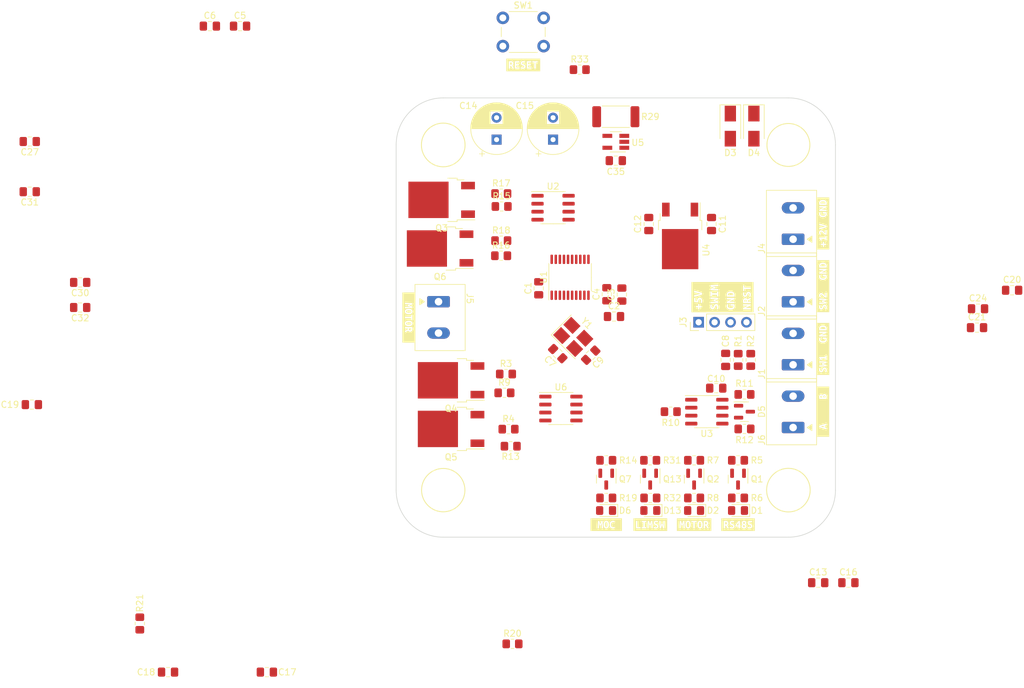
<source format=kicad_pcb>
(kicad_pcb (version 20211014) (generator pcbnew)
  (layers (0 "F.Cu" signal) (31 "B.Cu" signal) (34 "B.Paste" user) (35 "F.Paste" user) (36 "B.SilkS" user "B.Silkscreen") (37 "F.SilkS" user "F.Silkscreen") (38 "B.Mask" user) (39 "F.Mask" user) (44 "Edge.Cuts" user))
  (net 0 "")
  (net 1 "/NRST")
  (net 2 "GND")
  (net 3 "Net-(C2-Pad1)")
  (net 4 "+5V")
  (net 5 "/LIM_SWITCH")
  (net 6 "Net-(D6-Pad1)")
  (net 7 "/OSCIN")
  (net 8 "/OSCOUT")
  (net 9 "+12V")
  (net 10 "Net-(Q4-Pad1)")
  (net 11 "/RS485_TX")
  (net 12 "/H-bridge/Motor_L")
  (net 13 "/H-bridge/Top_Rail")
  (net 14 "/H-bridge/Motor_R")
  (net 15 "Net-(D1-Pad1)")
  (net 16 "Net-(D1-Pad2)")
  (net 17 "Net-(D2-Pad1)")
  (net 18 "Net-(D2-Pad2)")
  (net 19 "Net-(D3-Pad1)")
  (net 20 "Net-(D5-Pad1)")
  (net 21 "Net-(D5-Pad2)")
  (net 22 "Net-(J1-Pad1)")
  (net 23 "/SWIM")
  (net 24 "Net-(Q1-Pad1)")
  (net 25 "Net-(Q2-Pad1)")
  (net 26 "/C_ACT_LED")
  (net 27 "/M_ACT_LED")
  (net 28 "Net-(C18-Pad1)")
  (net 29 "Net-(Q3-Pad1)")
  (net 30 "/RS485_DI")
  (net 31 "/RS485_RO")
  (net 32 "Net-(D13-Pad1)")
  (net 33 "Net-(C19-Pad1)")
  (net 34 "Net-(R3-Pad1)")
  (net 35 "/A_Meas")
  (net 36 "Net-(J6-Pad1)")
  (net 37 "Net-(J6-Pad2)")
  (net 38 "Net-(D13-Pad2)")
  (net 39 "Net-(Q13-Pad1)")
  (net 40 "/LSW_ACT_LED")
  (net 41 "Net-(Q5-Pad1)")
  (net 42 "Net-(Q6-Pad1)")
  (net 43 "/HS_PWM_L")
  (net 44 "/LS_PWM_L")
  (net 45 "/HS_DIR_R")
  (net 46 "/LS_DIR_R")
  (net 47 "Net-(R4-Pad1)")
  (net 48 "Net-(R15-Pad1)")
  (net 49 "Net-(R16-Pad1)")
  (net 50 "Net-(D6-Pad2)")
  (net 51 "Net-(Q7-Pad1)")
  (net 52 "/OC_LED")
  (footprint "Package_TO_SOT_SMD:TO-252-2" (layer "F.Cu") (at 175.25 87 -90)
    (fp_text reference "U4" (at 2.25 -4.15 90) (layer "F.SilkS"))
    (fp_text value "L78M05_TO252")
    (pad "1" smd rect (at -4.2 -2.28 270) (size 2.2 1.2) (layers "F.Cu" "F.Paste" "F.Mask") (net 9 "+12V"))
    (pad "2" smd rect (at 2.1 0 270) (size 6.4 5.8) (layers "F.Cu" "F.Mask") (net 2 "GND"))
    (pad "3" smd rect (at -4.2 2.28 270) (size 2.2 1.2) (layers "F.Cu" "F.Paste" "F.Mask") (net 4 "+5V"))
  )
  (footprint "Resistor_SMD:R_0805_2012Metric_Pad1.20x1.40mm_HandSolder" (layer "F.Cu") (at 163.475 122.75)
    (fp_text reference "R14" (at 3.5 0) (layer "F.SilkS"))
    (fp_text value "2k1R")
    (pad "1" smd roundrect (at -1 0) (size 1.2 1.4) (layers "F.Cu" "F.Paste" "F.Mask") (roundrect_rratio 0.208333) (net 52 "/OC_LED"))
    (pad "2" smd roundrect (at 1 0) (size 1.2 1.4) (layers "F.Cu" "F.Paste" "F.Mask") (roundrect_rratio 0.208333) (net 51 "Net-(Q7-Pad1)"))
  )
  (footprint "Package_TO_SOT_SMD:SOT-23" (layer "F.Cu") (at 185.5 115)
    (fp_text reference "D5" (at 2.75 0 90) (layer "F.SilkS"))
    (fp_text value "SM712_SOT23")
    (pad "1" smd roundrect (at -0.9375 -0.95) (size 1.475 0.6) (layers "F.Cu" "F.Paste" "F.Mask") (net 20 "Net-(D5-Pad1)"))
    (pad "2" smd roundrect (at -0.9375 0.95) (size 1.475 0.6) (layers "F.Cu" "F.Paste" "F.Mask") (net 21 "Net-(D5-Pad2)"))
    (pad "3" smd roundrect (at 0.9375 0) (size 1.475 0.6) (layers "F.Cu" "F.Paste" "F.Mask") (net 2 "GND"))
  )
  (footprint "Capacitor_SMD:C_0805_2012Metric_Pad1.18x1.45mm_HandSolder" (layer "F.Cu") (at 152.712132 95.338478 90)
    (fp_text reference "C1" (at 0 -1.68 90) (layer "F.SilkS"))
    (fp_text value "0.1uC")
    (pad "1" smd roundrect (at -1.0375 0 90) (size 1.175 1.45) (layers "F.Cu" "F.Paste" "F.Mask") (roundrect_rratio 0.212766) (net 1 "/NRST"))
    (pad "2" smd roundrect (at 1.0375 0 90) (size 1.175 1.45) (layers "F.Cu" "F.Paste" "F.Mask") (roundrect_rratio 0.212766) (net 2 "GND"))
  )
  (footprint "Connector_custom:JILN JL301-50002U01" (layer "F.Cu") (at 193.25 107.525 90)
    (fp_text reference "J1" (at -1.475 -5 90 unlocked) (layer "F.SilkS"))
    (fp_text value "Limit switch connector")
    (pad "1" thru_hole roundrect (at 0 0 90) (size 1.8 3.6) (drill 1.2) (layers *.Cu *.Mask) (roundrect_rratio 0.1388888889) (net 22 "Net-(J1-Pad1)"))
    (pad "2" thru_hole oval (at 5 0 90) (size 1.8 3.6) (drill 1.2) (layers *.Cu *.Mask) (net 2 "GND"))
  )
  (footprint "Resistor_SMD:R_0805_2012Metric_Pad1.20x1.40mm_HandSolder" (layer "F.Cu") (at 147.25 112)
    (fp_text reference "R9" (at 0 -1.65) (layer "F.SilkS"))
    (fp_text value "10kR")
    (pad "1" smd roundrect (at -1 0) (size 1.2 1.4) (layers "F.Cu" "F.Paste" "F.Mask") (roundrect_rratio 0.208333) (net 13 "/H-bridge/Top_Rail"))
    (pad "2" smd roundrect (at 1 0) (size 1.2 1.4) (layers "F.Cu" "F.Paste" "F.Mask") (roundrect_rratio 0.208333) (net 10 "Net-(Q4-Pad1)"))
  )
  (footprint "Capacitor_THT:CP_Radial_D8.0mm_P3.50mm" (layer "F.Cu") (at 155 71.652651 90)
    (fp_text reference "C15" (at 5.402651 -4.5) (layer "F.SilkS"))
    (fp_text value "220uC")
    (pad "1" thru_hole rect (at 0 0 90) (size 1.6 1.6) (drill 0.8) (layers *.Cu *.Mask) (net 13 "/H-bridge/Top_Rail"))
    (pad "2" thru_hole circle (at 3.5 0 90) (size 1.6 1.6) (drill 0.8) (layers *.Cu *.Mask) (net 2 "GND"))
  )
  (footprint "Package_TO_SOT_SMD:TO-252-2" (layer "F.Cu") (at 138.75 117.75 180)
    (fp_text reference "Q5" (at 0 -4.5) (layer "F.SilkS"))
    (fp_text value "IRLR8726")
    (pad "1" smd rect (at -4.2 -2.28 180) (size 2.2 1.2) (layers "F.Cu" "F.Paste" "F.Mask") (net 41 "Net-(Q5-Pad1)"))
    (pad "2" smd rect (at 2.1 0 180) (size 6.4 5.8) (layers "F.Cu" "F.Mask") (net 14 "/H-bridge/Motor_R"))
    (pad "3" smd rect (at -4.2 2.28 180) (size 2.2 1.2) (layers "F.Cu" "F.Paste" "F.Mask") (net 2 "GND"))
  )
  (footprint "kibuzzard-63377ED3" (layer "F.Cu") (at 198 115 90)
    (fp_text reference "kibuzzard-63377ED3" hide)
    (fp_text value "G***" hide)
  )
  (footprint "kibuzzard-634479FF" (layer "F.Cu") (at 163.475 133)
    (fp_text reference "kibuzzard-634479FF" hide)
    (fp_text value "G***" hide)
  )
  (footprint "Package_SO:SOIC-8_3.9x4.9mm_P1.27mm" (layer "F.Cu") (at 179.5 115)
    (fp_text reference "U3" (at 0 3.5) (layer "F.SilkS"))
    (fp_text value "SP485")
    (pad "1" smd roundrect (at -2.475 -1.905) (size 1.95 0.6) (layers "F.Cu" "F.Paste" "F.Mask") (net 31 "/RS485_RO"))
    (pad "2" smd roundrect (at -2.475 -0.635) (size 1.95 0.6) (layers "F.Cu" "F.Paste" "F.Mask") (net 11 "/RS485_TX"))
    (pad "3" smd roundrect (at -2.475 0.635) (size 1.95 0.6) (layers "F.Cu" "F.Paste" "F.Mask") (net 11 "/RS485_TX"))
    (pad "4" smd roundrect (at -2.475 1.905) (size 1.95 0.6) (layers "F.Cu" "F.Paste" "F.Mask") (net 30 "/RS485_DI"))
    (pad "5" smd roundrect (at 2.475 1.905) (size 1.95 0.6) (layers "F.Cu" "F.Paste" "F.Mask") (net 2 "GND"))
    (pad "6" smd roundrect (at 2.475 0.635) (size 1.95 0.6) (layers "F.Cu" "F.Paste" "F.Mask") (net 21 "Net-(D5-Pad2)"))
    (pad "7" smd roundrect (at 2.475 -0.635) (size 1.95 0.6) (layers "F.Cu" "F.Paste" "F.Mask") (net 20 "Net-(D5-Pad1)"))
    (pad "8" smd roundrect (at 2.475 -1.905) (size 1.95 0.6) (layers "F.Cu" "F.Paste" "F.Mask") (net 4 "+5V"))
  )
  (footprint "Resistor_SMD:R_0805_2012Metric_Pad1.20x1.40mm_HandSolder" (layer "F.Cu") (at 148.535 152)
    (fp_text reference "R20" (at 0 -1.65) (layer "F.SilkS"))
    (fp_text value "R")
    (pad "1" smd roundrect (at -1 0) (size 1.2 1.4) (layers "F.Cu" "F.Paste" "F.Mask") (roundrect_rratio 0.208333) (net 13 "/H-bridge/Top_Rail"))
    (pad "2" smd roundrect (at 1 0) (size 1.2 1.4) (layers "F.Cu" "F.Paste" "F.Mask") (roundrect_rratio 0.208333) (net 28 "Net-(C18-Pad1)"))
  )
  (footprint "LED_SMD:LED_0805_2012Metric_Pad1.15x1.40mm_HandSolder" (layer "F.Cu") (at 184.475 130.75 180)
    (fp_text reference "D1" (at -3 0) (layer "F.SilkS"))
    (fp_text value "LED")
    (pad "1" smd roundrect (at -1.025 0 180) (size 1.15 1.4) (layers "F.Cu" "F.Paste" "F.Mask") (roundrect_rratio 0.217391) (net 15 "Net-(D1-Pad1)"))
    (pad "2" smd roundrect (at 1.025 0 180) (size 1.15 1.4) (layers "F.Cu" "F.Paste" "F.Mask") (roundrect_rratio 0.217391) (net 16 "Net-(D1-Pad2)"))
  )
  (footprint "Connector_custom:JILN JL301-50002U01" (layer "F.Cu") (at 193.25 117.525 90)
    (fp_text reference "J6" (at -1.975 -5 90 unlocked) (layer "F.SilkS"))
    (fp_text value "RS485 connector")
    (pad "1" thru_hole roundrect (at 0 0 90) (size 1.8 3.6) (drill 1.2) (layers *.Cu *.Mask) (roundrect_rratio 0.1388888889) (net 36 "Net-(J6-Pad1)"))
    (pad "2" thru_hole oval (at 5 0 90) (size 1.8 3.6) (drill 1.2) (layers *.Cu *.Mask) (net 37 "Net-(J6-Pad2)"))
  )
  (footprint "Resistor_SMD:R_0805_2012Metric_Pad1.20x1.40mm_HandSolder" (layer "F.Cu") (at 177.475 128.75 180)
    (fp_text reference "R8" (at -3 0) (layer "F.SilkS"))
    (fp_text value "150R")
    (pad "1" smd roundrect (at -1 0 180) (size 1.2 1.4) (layers "F.Cu" "F.Paste" "F.Mask") (roundrect_rratio 0.208333) (net 4 "+5V"))
    (pad "2" smd roundrect (at 1 0 180) (size 1.2 1.4) (layers "F.Cu" "F.Paste" "F.Mask") (roundrect_rratio 0.208333) (net 18 "Net-(D2-Pad2)"))
  )
  (footprint "Resistor_SMD:R_0805_2012Metric_Pad1.20x1.40mm_HandSolder" (layer "F.Cu") (at 163.475 128.75 180)
    (fp_text reference "R19" (at -3.5 0) (layer "F.SilkS"))
    (fp_text value "150R")
    (pad "1" smd roundrect (at -1 0 180) (size 1.2 1.4) (layers "F.Cu" "F.Paste" "F.Mask") (roundrect_rratio 0.208333) (net 4 "+5V"))
    (pad "2" smd roundrect (at 1 0 180) (size 1.2 1.4) (layers "F.Cu" "F.Paste" "F.Mask") (roundrect_rratio 0.208333) (net 50 "Net-(D6-Pad2)"))
  )
  (footprint "Package_TO_SOT_SMD:SOT-23" (layer "F.Cu") (at 177.475 125.75 -90)
    (fp_text reference "Q2" (at 0 -3.025 -180) (layer "F.SilkS"))
    (fp_text value "BC846")
    (pad "1" smd roundrect (at -0.9375 -0.95 270) (size 1.475 0.6) (layers "F.Cu" "F.Paste" "F.Mask") (net 25 "Net-(Q2-Pad1)"))
    (pad "2" smd roundrect (at -0.9375 0.95 270) (size 1.475 0.6) (layers "F.Cu" "F.Paste" "F.Mask") (net 2 "GND"))
    (pad "3" smd roundrect (at 0.9375 0 270) (size 1.475 0.6) (layers "F.Cu" "F.Paste" "F.Mask") (net 17 "Net-(D2-Pad1)"))
  )
  (footprint "Capacitor_SMD:C_0805_2012Metric_Pad1.18x1.45mm_HandSolder" (layer "F.Cu") (at 228.15 95.65)
    (fp_text reference "C20" (at 0 -1.68) (layer "F.SilkS"))
    (fp_text value "1uC")
    (pad "1" smd roundrect (at -1.0375 0) (size 1.175 1.45) (layers "F.Cu" "F.Paste" "F.Mask") (roundrect_rratio 0.212766) (net 13 "/H-bridge/Top_Rail"))
    (pad "2" smd roundrect (at 1.0375 0) (size 1.175 1.45) (layers "F.Cu" "F.Paste" "F.Mask") (roundrect_rratio 0.212766) (net 2 "GND"))
  )
  (footprint "MountingHole:MountingHole_3.2mm_M3" (layer "F.Cu") (at 192.5 127.5)
    (fp_text reference "H3" hide)
    (fp_text value "MountingHole")
    (pad "" np_thru_hole circle (at 0 0) (size 3.2 3.2) (drill 3.2) (layers *.Cu *.Mask))
  )
  (footprint "Capacitor_SMD:C_0805_2012Metric_Pad1.18x1.45mm_HandSolder" (layer "F.Cu") (at 71.6125 71.95 180)
    (fp_text reference "C27" (at 0 -1.68) (layer "F.SilkS"))
    (fp_text value "1uC")
    (pad "1" smd roundrect (at -1.0375 0 180) (size 1.175 1.45) (layers "F.Cu" "F.Paste" "F.Mask") (roundrect_rratio 0.212766) (net 13 "/H-bridge/Top_Rail"))
    (pad "2" smd roundrect (at 1.0375 0 180) (size 1.175 1.45) (layers "F.Cu" "F.Paste" "F.Mask") (roundrect_rratio 0.212766) (net 2 "GND"))
  )
  (footprint "Capacitor_SMD:C_0805_2012Metric_Pad1.18x1.45mm_HandSolder" (layer "F.Cu") (at 182.5 106.75 -90)
    (fp_text reference "C8" (at -3 0 90) (layer "F.SilkS"))
    (fp_text value "0.1uC")
    (pad "1" smd roundrect (at -1.0375 0 270) (size 1.175 1.45) (layers "F.Cu" "F.Paste" "F.Mask") (roundrect_rratio 0.212766) (net 5 "/LIM_SWITCH"))
    (pad "2" smd roundrect (at 1.0375 0 270) (size 1.175 1.45) (layers "F.Cu" "F.Paste" "F.Mask") (roundrect_rratio 0.212766) (net 2 "GND"))
  )
  (footprint "Capacitor_SMD:C_0805_2012Metric_Pad1.18x1.45mm_HandSolder" (layer "F.Cu") (at 202.06 142.25)
    (fp_text reference "C16" (at 0 -1.68) (layer "F.SilkS"))
    (fp_text value "1uC")
    (pad "1" smd roundrect (at -1.0375 0) (size 1.175 1.45) (layers "F.Cu" "F.Paste" "F.Mask") (roundrect_rratio 0.212766) (net 13 "/H-bridge/Top_Rail"))
    (pad "2" smd roundrect (at 1.0375 0) (size 1.175 1.45) (layers "F.Cu" "F.Paste" "F.Mask") (roundrect_rratio 0.212766) (net 2 "GND"))
  )
  (footprint "kibuzzard-633AA34D" (layer "F.Cu") (at 150.25 59.75)
    (fp_text reference "kibuzzard-633AA34D" hide)
    (fp_text value "G***" hide)
  )
  (footprint "Connector_PinHeader_2.54mm:PinHeader_1x04_P2.54mm_Vertical" (layer "F.Cu") (at 178.2 100.75 90)
    (fp_text reference "J3" (at 0 -2.45 90) (layer "F.SilkS"))
    (fp_text value "SWIM connector")
    (pad "1" thru_hole rect (at 0 0 90) (size 1.7 1.7) (drill 1) (layers *.Cu *.Mask) (net 4 "+5V"))
    (pad "2" thru_hole oval (at 0 2.54 90) (size 1.7 1.7) (drill 1) (layers *.Cu *.Mask) (net 23 "/SWIM"))
    (pad "3" thru_hole oval (at 0 5.08 90) (size 1.7 1.7) (drill 1) (layers *.Cu *.Mask) (net 2 "GND"))
    (pad "4" thru_hole oval (at 0 7.62 90) (size 1.7 1.7) (drill 1) (layers *.Cu *.Mask) (net 1 "/NRST"))
  )
  (footprint "Package_SO:SOIC-8_3.9x4.9mm_P1.27mm" (layer "F.Cu") (at 156.25 114.5)
    (fp_text reference "U6" (at 0 -3.4) (layer "F.SilkS"))
    (fp_text value "IRS2005S")
    (pad "1" smd roundrect (at -2.475 -1.905) (size 1.95 0.6) (layers "F.Cu" "F.Paste" "F.Mask") (net 13 "/H-bridge/Top_Rail"))
    (pad "2" smd roundrect (at -2.475 -0.635) (size 1.95 0.6) (layers "F.Cu" "F.Paste" "F.Mask") (net 45 "/HS_DIR_R"))
    (pad "3" smd roundrect (at -2.475 0.635) (size 1.95 0.6) (layers "F.Cu" "F.Paste" "F.Mask") (net 46 "/LS_DIR_R"))
    (pad "4" smd roundrect (at -2.475 1.905) (size 1.95 0.6) (layers "F.Cu" "F.Paste" "F.Mask") (net 2 "GND"))
    (pad "5" smd roundrect (at 2.475 1.905) (size 1.95 0.6) (layers "F.Cu" "F.Paste" "F.Mask") (net 47 "Net-(R4-Pad1)"))
    (pad "6" smd roundrect (at 2.475 0.635) (size 1.95 0.6) (layers "F.Cu" "F.Paste" "F.Mask") (net 2 "GND"))
    (pad "7" smd roundrect (at 2.475 -0.635) (size 1.95 0.6) (layers "F.Cu" "F.Paste" "F.Mask") (net 34 "Net-(R3-Pad1)"))
    (pad "8" smd roundrect (at 2.475 -1.905) (size 1.95 0.6) (layers "F.Cu" "F.Paste" "F.Mask") (net 13 "/H-bridge/Top_Rail"))
  )
  (footprint "Capacitor_SMD:C_0805_2012Metric_Pad1.18x1.45mm_HandSolder" (layer "F.Cu") (at 164.712132 99.838478)
    (fp_text reference "C2" (at 0 -1.68) (layer "F.SilkS"))
    (fp_text value "1uC")
    (pad "1" smd roundrect (at -1.0375 0) (size 1.175 1.45) (layers "F.Cu" "F.Paste" "F.Mask") (roundrect_rratio 0.212766) (net 3 "Net-(C2-Pad1)"))
    (pad "2" smd roundrect (at 1.0375 0) (size 1.175 1.45) (layers "F.Cu" "F.Paste" "F.Mask") (roundrect_rratio 0.212766) (net 2 "GND"))
  )
  (footprint "Resistor_SMD:R_0805_2012Metric_Pad1.20x1.40mm_HandSolder" (layer "F.Cu") (at 147.5 109)
    (fp_text reference "R3" (at 0 -1.65) (layer "F.SilkS"))
    (fp_text value "10R")
    (pad "1" smd roundrect (at -1 0) (size 1.2 1.4) (layers "F.Cu" "F.Paste" "F.Mask") (roundrect_rratio 0.208333) (net 34 "Net-(R3-Pad1)"))
    (pad "2" smd roundrect (at 1 0) (size 1.2 1.4) (layers "F.Cu" "F.Paste" "F.Mask") (roundrect_rratio 0.208333) (net 10 "Net-(Q4-Pad1)"))
  )
  (footprint "Package_TO_SOT_SMD:SOT-23" (layer "F.Cu") (at 163.475 125.75 -90)
    (fp_text reference "Q7" (at 0 -3.025) (layer "F.SilkS"))
    (fp_text value "BC846")
    (pad "1" smd roundrect (at -0.9375 -0.95 270) (size 1.475 0.6) (layers "F.Cu" "F.Paste" "F.Mask") (net 51 "Net-(Q7-Pad1)"))
    (pad "2" smd roundrect (at -0.9375 0.95 270) (size 1.475 0.6) (layers "F.Cu" "F.Paste" "F.Mask") (net 2 "GND"))
    (pad "3" smd roundrect (at 0.9375 0 270) (size 1.475 0.6) (layers "F.Cu" "F.Paste" "F.Mask") (net 6 "Net-(D6-Pad1)"))
  )
  (footprint "Capacitor_SMD:C_0805_2012Metric_Pad1.18x1.45mm_HandSolder" (layer "F.Cu") (at 222.56 101.61)
    (fp_text reference "C21" (at 0 -1.68) (layer "F.SilkS"))
    (fp_text value "1uC")
    (pad "1" smd roundrect (at -1.0375 0) (size 1.175 1.45) (layers "F.Cu" "F.Paste" "F.Mask") (roundrect_rratio 0.212766) (net 13 "/H-bridge/Top_Rail"))
    (pad "2" smd roundrect (at 1.0375 0) (size 1.175 1.45) (layers "F.Cu" "F.Paste" "F.Mask") (roundrect_rratio 0.212766) (net 2 "GND"))
  )
  (footprint "Capacitor_SMD:C_0805_2012Metric_Pad1.18x1.45mm_HandSolder" (layer "F.Cu") (at 165.962132 96.338478 90)
    (fp_text reference "C3" (at 0 -1.68 90) (layer "F.SilkS"))
    (fp_text value "0.1uC")
    (pad "1" smd roundrect (at -1.0375 0 90) (size 1.175 1.45) (layers "F.Cu" "F.Paste" "F.Mask") (roundrect_rratio 0.212766) (net 4 "+5V"))
    (pad "2" smd roundrect (at 1.0375 0 90) (size 1.175 1.45) (layers "F.Cu" "F.Paste" "F.Mask") (roundrect_rratio 0.212766) (net 2 "GND"))
  )
  (footprint "kibuzzard-63376CDD" (layer "F.Cu") (at 170.5 133)
    (fp_text reference "kibuzzard-63376CDD" hide)
    (fp_text value "G***" hide)
  )
  (footprint "Capacitor_SMD:C_0805_2012Metric_Pad1.18x1.45mm_HandSolder" (layer "F.Cu") (at 197.25 142.25)
    (fp_text reference "C13" (at 0 -1.68) (layer "F.SilkS"))
    (fp_text value "1uC")
    (pad "1" smd roundrect (at -1.0375 0) (size 1.175 1.45) (layers "F.Cu" "F.Paste" "F.Mask") (roundrect_rratio 0.212766) (net 13 "/H-bridge/Top_Rail"))
    (pad "2" smd roundrect (at 1.0375 0) (size 1.175 1.45) (layers "F.Cu" "F.Paste" "F.Mask") (roundrect_rratio 0.212766) (net 2 "GND"))
  )
  (footprint "Resistor_SMD:R_0805_2012Metric_Pad1.20x1.40mm_HandSolder" (layer "F.Cu") (at 146.75 80.25)
    (fp_text reference "R17" (at 0 -1.65) (layer "F.SilkS"))
    (fp_text value "10kR")
    (pad "1" smd roundrect (at -1 0) (size 1.2 1.4) (layers "F.Cu" "F.Paste" "F.Mask") (roundrect_rratio 0.208333) (net 13 "/H-bridge/Top_Rail"))
    (pad "2" smd roundrect (at 1 0) (size 1.2 1.4) (layers "F.Cu" "F.Paste" "F.Mask") (roundrect_rratio 0.208333) (net 29 "Net-(Q3-Pad1)"))
  )
  (footprint "Resistor_SMD:R_0805_2012Metric_Pad1.20x1.40mm_HandSolder" (layer "F.Cu") (at 184.475 128.75 180)
    (fp_text reference "R6" (at -3 0) (layer "F.SilkS"))
    (fp_text value "150R")
    (pad "1" smd roundrect (at -1 0 180) (size 1.2 1.4) (layers "F.Cu" "F.Paste" "F.Mask") (roundrect_rratio 0.208333) (net 4 "+5V"))
    (pad "2" smd roundrect (at 1 0 180) (size 1.2 1.4) (layers "F.Cu" "F.Paste" "F.Mask") (roundrect_rratio 0.208333) (net 16 "Net-(D1-Pad2)"))
  )
  (footprint "MountingHole:MountingHole_3.2mm_M3" (layer "F.Cu") (at 137.5 72.5)
    (fp_text reference "H1" hide)
    (fp_text value "MountingHole")
    (pad "" np_thru_hole circle (at 0 0) (size 3.2 3.2) (drill 3.2) (layers *.Cu *.Mask))
  )
  (footprint "Resistor_SMD:R_2512_6332Metric_Pad1.40x3.35mm_HandSolder" (layer "F.Cu") (at 165 68 180)
    (fp_text reference "R29" (at -5.5 0) (layer "F.SilkS"))
    (fp_text value "20mR")
    (pad "1" smd roundrect (at -3.05 0 180) (size 1.4 3.35) (layers "F.Cu" "F.Paste" "F.Mask") (roundrect_rratio 0.178571) (net 9 "+12V"))
    (pad "2" smd roundrect (at 3.05 0 180) (size 1.4 3.35) (layers "F.Cu" "F.Paste" "F.Mask") (roundrect_rratio 0.178571) (net 13 "/H-bridge/Top_Rail"))
  )
  (footprint "kibuzzard-63377EB6" (layer "F.Cu") (at 198 95 90)
    (fp_text reference "kibuzzard-63377EB6" hide)
    (fp_text value "G***" hide)
  )
  (footprint "Capacitor_SMD:C_0805_2012Metric_Pad1.18x1.45mm_HandSolder" (layer "F.Cu") (at 165 75)
    (fp_text reference "C35" (at 0 1.75) (layer "F.SilkS"))
    (fp_text value "0.1uC")
    (pad "1" smd roundrect (at -1.0375 0) (size 1.175 1.45) (layers "F.Cu" "F.Paste" "F.Mask") (roundrect_rratio 0.212766) (net 4 "+5V"))
    (pad "2" smd roundrect (at 1.0375 0) (size 1.175 1.45) (layers "F.Cu" "F.Paste" "F.Mask") (roundrect_rratio 0.212766) (net 2 "GND"))
  )
  (footprint "Capacitor_SMD:C_0805_2012Metric_Pad1.18x1.45mm_HandSolder" (layer "F.Cu") (at 93.65 156.5)
    (fp_text reference "C18" (at -3.5 0) (layer "F.SilkS"))
    (fp_text value "C")
    (pad "1" smd roundrect (at -1.0375 0) (size 1.175 1.45) (layers "F.Cu" "F.Paste" "F.Mask") (roundrect_rratio 0.212766) (net 28 "Net-(C18-Pad1)"))
    (pad "2" smd roundrect (at 1.0375 0) (size 1.175 1.45) (layers "F.Cu" "F.Paste" "F.Mask") (roundrect_rratio 0.212766) (net 12 "/H-bridge/Motor_L"))
  )
  (footprint "LED_SMD:LED_0805_2012Metric_Pad1.15x1.40mm_HandSolder" (layer "F.Cu") (at 163.45 130.75 180)
    (fp_text reference "D6" (at -3.025 0) (layer "F.SilkS"))
    (fp_text value "LED")
    (pad "1" smd roundrect (at -1.025 0 180) (size 1.15 1.4) (layers "F.Cu" "F.Paste" "F.Mask") (roundrect_rratio 0.217391) (net 6 "Net-(D6-Pad1)"))
    (pad "2" smd roundrect (at 1.025 0 180) (size 1.15 1.4) (layers "F.Cu" "F.Paste" "F.Mask") (roundrect_rratio 0.217391) (net 50 "Net-(D6-Pad2)"))
  )
  (footprint "Resistor_SMD:R_0805_2012Metric_Pad1.20x1.40mm_HandSolder" (layer "F.Cu") (at 177.475 122.75)
    (fp_text reference "R7" (at 3 0) (layer "F.SilkS"))
    (fp_text value "2k1R")
    (pad "1" smd roundrect (at -1 0) (size 1.2 1.4) (layers "F.Cu" "F.Paste" "F.Mask") (roundrect_rratio 0.208333) (net 27 "/M_ACT_LED"))
    (pad "2" smd roundrect (at 1 0) (size 1.2 1.4) (layers "F.Cu" "F.Paste" "F.Mask") (roundrect_rratio 0.208333) (net 25 "Net-(Q2-Pad1)"))
  )
  (footprint "Resistor_SMD:R_0805_2012Metric_Pad1.20x1.40mm_HandSolder" (layer "F.Cu") (at 173.75 115 180)
    (fp_text reference "R10" (at 0 -1.75) (layer "F.SilkS"))
    (fp_text value "10kR")
    (pad "1" smd roundrect (at -1 0 180) (size 1.2 1.4) (layers "F.Cu" "F.Paste" "F.Mask") (roundrect_rratio 0.208333) (net 11 "/RS485_TX"))
    (pad "2" smd roundrect (at 1 0 180) (size 1.2 1.4) (layers "F.Cu" "F.Paste" "F.Mask") (roundrect_rratio 0.208333) (net 2 "GND"))
  )
  (footprint "Capacitor_SMD:C_0805_2012Metric_Pad1.18x1.45mm_HandSolder" (layer "F.Cu") (at 100.315 53.565)
    (fp_text reference "C6" (at 0 -1.68) (layer "F.SilkS"))
    (fp_text value "1uC")
    (pad "1" smd roundrect (at -1.0375 0) (size 1.175 1.45) (layers "F.Cu" "F.Paste" "F.Mask") (roundrect_rratio 0.212766) (net 13 "/H-bridge/Top_Rail"))
    (pad "2" smd roundrect (at 1.0375 0) (size 1.175 1.45) (layers "F.Cu" "F.Paste" "F.Mask") (roundrect_rratio 0.212766) (net 2 "GND"))
  )
  (footprint "Capacitor_SMD:C_0805_2012Metric_Pad1.18x1.45mm_HandSolder" (layer "F.Cu") (at 71.95 113.875)
    (fp_text reference "C19" (at -3.5 0) (layer "F.SilkS"))
    (fp_text value "C")
    (pad "1" smd roundrect (at -1.0375 0) (size 1.175 1.45) (layers "F.Cu" "F.Paste" "F.Mask") (roundrect_rratio 0.212766) (net 33 "Net-(C19-Pad1)"))
    (pad "2" smd roundrect (at 1.0375 0) (size 1.175 1.45) (layers "F.Cu" "F.Paste" "F.Mask") (roundrect_rratio 0.212766) (net 2 "GND"))
  )
  (footprint "Capacitor_SMD:C_0805_2012Metric_Pad1.18x1.45mm_HandSolder" (layer "F.Cu") (at 170.25 85.1 -90)
    (fp_text reference "C12" (at 0 1.75 90) (layer "F.SilkS"))
    (fp_text value "0.1uC")
    (pad "1" smd roundrect (at -1.0375 0 270) (size 1.175 1.45) (layers "F.Cu" "F.Paste" "F.Mask") (roundrect_rratio 0.212766) (net 4 "+5V"))
    (pad "2" smd roundrect (at 1.0375 0 270) (size 1.175 1.45) (layers "F.Cu" "F.Paste" "F.Mask") (roundrect_rratio 0.212766) (net 2 "GND"))
  )
  (footprint "Package_SO:TSSOP-20_4.4x6.5mm_P0.65mm" (layer "F.Cu") (at 157.712132 93.588478 90)
    (fp_text reference "U1" (at 0 -4.2 90) (layer "F.SilkS"))
    (fp_text value "STM8S003F3P6")
    (pad "1" smd roundrect (at -2.8625 -2.925 90) (size 1.475 0.4) (layers "F.Cu" "F.Paste" "F.Mask") (net 11 "/RS485_TX"))
    (pad "2" smd roundrect (at -2.8625 -2.275 90) (size 1.475 0.4) (layers "F.Cu" "F.Paste" "F.Mask") (net 30 "/RS485_DI"))
    (pad "3" smd roundrect (at -2.8625 -1.625 90) (size 1.475 0.4) (layers "F.Cu" "F.Paste" "F.Mask") (net 31 "/RS485_RO"))
    (pad "4" smd roundrect (at -2.8625 -0.975 90) (size 1.475 0.4) (layers "F.Cu" "F.Paste" "F.Mask") (net 1 "/NRST"))
    (pad "5" smd roundrect (at -2.8625 -0.325 90) (size 1.475 0.4) (layers "F.Cu" "F.Paste" "F.Mask") (net 7 "/OSCIN"))
    (pad "6" smd roundrect (at -2.8625 0.325 90) (size 1.475 0.4) (layers "F.Cu" "F.Paste" "F.Mask") (net 8 "/OSCOUT"))
    (pad "7" smd roundrect (at -2.8625 0.975 90) (size 1.475 0.4) (layers "F.Cu" "F.Paste" "F.Mask") (net 2 "GND"))
    (pad "8" smd roundrect (at -2.8625 1.625 90) (size 1.475 0.4) (layers "F.Cu" "F.Paste" "F.Mask") (net 3 "Net-(C2-Pad1)"))
    (pad "9" smd roundrect (at -2.8625 2.275 90) (size 1.475 0.4) (layers "F.Cu" "F.Paste" "F.Mask") (net 4 "+5V"))
    (pad "10" smd roundrect (at -2.8625 2.925 90) (size 1.475 0.4) (layers "F.Cu" "F.Paste" "F.Mask") (net 40 "/LSW_ACT_LED"))
    (pad "11" smd roundrect (at 2.8625 2.925 90) (size 1.475 0.4) (layers "F.Cu" "F.Paste" "F.Mask") (net 5 "/LIM_SWITCH"))
    (pad "12" smd roundrect (at 2.8625 2.275 90) (size 1.475 0.4) (layers "F.Cu" "F.Paste" "F.Mask") (net 52 "/OC_LED"))
    (pad "13" smd roundrect (at 2.8625 1.625 90) (size 1.475 0.4) (layers "F.Cu" "F.Paste" "F.Mask") (net 43 "/HS_PWM_L"))
    (pad "14" smd roundrect (at 2.8625 0.975 90) (size 1.475 0.4) (layers "F.Cu" "F.Paste" "F.Mask") (net 44 "/LS_PWM_L"))
    (pad "15" smd roundrect (at 2.8625 0.325 90) (size 1.475 0.4) (layers "F.Cu" "F.Paste" "F.Mask") (net 45 "/HS_DIR_R"))
    (pad "16" smd roundrect (at 2.8625 -0.325 90) (size 1.475 0.4) (layers "F.Cu" "F.Paste" "F.Mask") (net 46 "/LS_DIR_R"))
    (pad "17" smd roundrect (at 2.8625 -0.975 90) (size 1.475 0.4) (layers "F.Cu" "F.Paste" "F.Mask") (net 27 "/M_ACT_LED"))
    (pad "18" smd roundrect (at 2.8625 -1.625 90) (size 1.475 0.4) (layers "F.Cu" "F.Paste" "F.Mask") (net 23 "/SWIM"))
    (pad "19" smd roundrect (at 2.8625 -2.275 90) (size 1.475 0.4) (layers "F.Cu" "F.Paste" "F.Mask") (net 35 "/A_Meas"))
    (pad "20" smd roundrect (at 2.8625 -2.925 90) (size 1.475 0.4) (layers "F.Cu" "F.Paste" "F.Mask") (net 26 "/C_ACT_LED"))
  )
  (footprint "Button_Switch_THT:SW_PUSH_6mm" (layer "F.Cu") (at 147 52.25)
    (fp_text reference "SW1" (at 3.25 -2) (layer "F.SilkS"))
    (fp_text value "SW_Push")
    (pad "1" thru_hole circle (at 6.5 0 90) (size 2 2) (drill 1.1) (layers *.Cu *.Mask) (net 1 "/NRST"))
    (pad "1" thru_hole circle (at 0 0 90) (size 2 2) (drill 1.1) (layers *.Cu *.Mask) (net 1 "/NRST"))
    (pad "2" thru_hole circle (at 6.5 4.5 90) (size 2 2) (drill 1.1) (layers *.Cu *.Mask) (net 2 "GND"))
    (pad "2" thru_hole circle (at 0 4.5 90) (size 2 2) (drill 1.1) (layers *.Cu *.Mask) (net 2 "GND"))
  )
  (footprint "Resistor_SMD:R_0805_2012Metric_Pad1.20x1.40mm_HandSolder" (layer "F.Cu") (at 146.725 90.15)
    (fp_text reference "R16" (at 0 -1.65) (layer "F.SilkS"))
    (fp_text value "10R")
    (pad "1" smd roundrect (at -1 0) (size 1.2 1.4) (layers "F.Cu" "F.Paste" "F.Mask") (roundrect_rratio 0.208333) (net 49 "Net-(R16-Pad1)"))
    (pad "2" smd roundrect (at 1 0) (size 1.2 1.4) (layers "F.Cu" "F.Paste" "F.Mask") (roundrect_rratio 0.208333) (net 42 "Net-(Q6-Pad1)"))
  )
  (footprint "Capacitor_SMD:C_0805_2012Metric_Pad1.18x1.45mm_HandSolder" (layer "F.Cu") (at 79.65 94.4 180)
    (fp_text reference "C30" (at 0 -1.68) (layer "F.SilkS"))
    (fp_text value "1uC")
    (pad "1" smd roundrect (at -1.0375 0 180) (size 1.175 1.45) (layers "F.Cu" "F.Paste" "F.Mask") (roundrect_rratio 0.212766) (net 13 "/H-bridge/Top_Rail"))
    (pad "2" smd roundrect (at 1.0375 0 180) (size 1.175 1.45) (layers "F.Cu" "F.Paste" "F.Mask") (roundrect_rratio 0.212766) (net 2 "GND"))
  )
  (footprint "Resistor_SMD:R_0805_2012Metric_Pad1.20x1.40mm_HandSolder" (layer "F.Cu") (at 146.75 87.75)
    (fp_text reference "R18" (at 0 -1.65) (layer "F.SilkS"))
    (fp_text value "10kR")
    (pad "1" smd roundrect (at -1 0) (size 1.2 1.4) (layers "F.Cu" "F.Paste" "F.Mask") (roundrect_rratio 0.208333) (net 42 "Net-(Q6-Pad1)"))
    (pad "2" smd roundrect (at 1 0) (size 1.2 1.4) (layers "F.Cu" "F.Paste" "F.Mask") (roundrect_rratio 0.208333) (net 2 "GND"))
  )
  (footprint "Resistor_SMD:R_0805_2012Metric_Pad1.20x1.40mm_HandSolder" (layer "F.Cu") (at 184.5 106.75 90)
    (fp_text reference "R1" (at 3 0 90) (layer "F.SilkS"))
    (fp_text value "4k7R")
    (pad "1" smd roundrect (at -1 0 90) (size 1.2 1.4) (layers "F.Cu" "F.Paste" "F.Mask") (roundrect_rratio 0.208333) (net 22 "Net-(J1-Pad1)"))
    (pad "2" smd roundrect (at 1 0 90) (size 1.2 1.4) (layers "F.Cu" "F.Paste" "F.Mask") (roundrect_rratio 0.208333) (net 5 "/LIM_SWITCH"))
  )
  (footprint "Resistor_SMD:R_0805_2012Metric_Pad1.20x1.40mm_HandSolder" (layer "F.Cu") (at 159.25 60.5)
    (fp_text reference "R33" (at 0 -1.65) (layer "F.SilkS"))
    (fp_text value "10kR")
    (pad "1" smd roundrect (at -1 0) (size 1.2 1.4) (layers "F.Cu" "F.Paste" "F.Mask") (roundrect_rratio 0.208333) (net 4 "+5V"))
    (pad "2" smd roundrect (at 1 0) (size 1.2 1.4) (layers "F.Cu" "F.Paste" "F.Mask") (roundrect_rratio 0.208333) (net 1 "/NRST"))
  )
  (footprint "Resistor_SMD:R_0805_2012Metric_Pad1.20x1.40mm_HandSolder" (layer "F.Cu") (at 148.25 120.5 180)
    (fp_text reference "R13" (at 0 -1.65 180) (layer "F.SilkS"))
    (fp_text value "10kR")
    (pad "1" smd roundrect (at -1 0 180) (size 1.2 1.4) (layers "F.Cu" "F.Paste" "F.Mask") (roundrect_rratio 0.208333) (net 41 "Net-(Q5-Pad1)"))
    (pad "2" smd roundrect (at 1 0 180) (size 1.2 1.4) (layers "F.Cu" "F.Paste" "F.Mask") (roundrect_rratio 0.208333) (net 2 "GND"))
  )
  (footprint "kibuzzard-63376701" (layer "F.Cu") (at 177.475 133)
    (fp_text reference "kibuzzard-63376701" hide)
    (fp_text value "G***" hide)
  )
  (footprint "Capacitor_SMD:C_0805_2012Metric_Pad1.18x1.45mm_HandSolder" (layer "F.Cu") (at 109.4 156.5 180)
    (fp_text reference "C17" (at -3.25 0) (layer "F.SilkS"))
    (fp_text value "1uC")
    (pad "1" smd roundrect (at -1.0375 0 180) (size 1.175 1.45) (layers "F.Cu" "F.Paste" "F.Mask") (roundrect_rratio 0.212766) (net 13 "/H-bridge/Top_Rail"))
    (pad "2" smd roundrect (at 1.0375 0 180) (size 1.175 1.45) (layers "F.Cu" "F.Paste" "F.Mask") (roundrect_rratio 0.212766) (net 2 "GND"))
  )
  (footprint "Capacitor_SMD:C_0805_2012Metric_Pad1.18x1.45mm_HandSolder" (layer "F.Cu") (at 181 111.25 180)
    (fp_text reference "C10" (at 0 1.5) (layer "F.SilkS"))
    (fp_text value "0.1uC")
    (pad "1" smd roundrect (at -1.0375 0 180) (size 1.175 1.45) (layers "F.Cu" "F.Paste" "F.Mask") (roundrect_rratio 0.212766) (net 4 "+5V"))
    (pad "2" smd roundrect (at 1.0375 0 180) (size 1.175 1.45) (layers "F.Cu" "F.Paste" "F.Mask") (roundrect_rratio 0.212766) (net 2 "GND"))
  )
  (footprint "Resistor_SMD:R_0805_2012Metric_Pad1.20x1.40mm_HandSolder" (layer "F.Cu") (at 147.905 117.785)
    (fp_text reference "R4" (at 0 -1.65) (layer "F.SilkS"))
    (fp_text value "10R")
    (pad "1" smd roundrect (at -1 0) (size 1.2 1.4) (layers "F.Cu" "F.Paste" "F.Mask") (roundrect_rratio 0.208333) (net 47 "Net-(R4-Pad1)"))
    (pad "2" smd roundrect (at 1 0) (size 1.2 1.4) (layers "F.Cu" "F.Paste" "F.Mask") (roundrect_rratio 0.208333) (net 41 "Net-(Q5-Pad1)"))
  )
  (footprint "Capacitor_SMD:C_0805_2012Metric_Pad1.18x1.45mm_HandSolder" (layer "F.Cu") (at 222.72 98.6)
    (fp_text reference "C24" (at 0 -1.68) (layer "F.SilkS"))
    (fp_text value "1uC")
    (pad "1" smd roundrect (at -1.0375 0) (size 1.175 1.45) (layers "F.Cu" "F.Paste" "F.Mask") (roundrect_rratio 0.212766) (net 13 "/H-bridge/Top_Rail"))
    (pad "2" smd roundrect (at 1.0375 0) (size 1.175 1.45) (layers "F.Cu" "F.Paste" "F.Mask") (roundrect_rratio 0.212766) (net 2 "GND"))
  )
  (footprint "Resistor_SMD:R_0805_2012Metric_Pad1.20x1.40mm_HandSolder" (layer "F.Cu") (at 170.475 122.75)
    (fp_text reference "R31" (at 3.5 0) (layer "F.SilkS"))
    (fp_text value "2k1R")
    (pad "1" smd roundrect (at -1 0) (size 1.2 1.4) (layers "F.Cu" "F.Paste" "F.Mask") (roundrect_rratio 0.208333) (net 40 "/LSW_ACT_LED"))
    (pad "2" smd roundrect (at 1 0) (size 1.2 1.4) (layers "F.Cu" "F.Paste" "F.Mask") (roundrect_rratio 0.208333) (net 39 "Net-(Q13-Pad1)"))
  )
  (footprint "Connector_custom:JILN JL301-50002U01" (layer "F.Cu") (at 136.75 97.475 -90)
    (fp_text reference "J5" (at -0.5 -5 -90 unlocked) (layer "F.SilkS"))
    (fp_text value "Motor connector")
    (pad "1" thru_hole roundrect (at 0 0 270) (size 1.8 3.6) (drill 1.2) (layers *.Cu *.Mask) (roundrect_rratio 0.1388888889) (net 12 "/H-bridge/Motor_L"))
    (pad "2" thru_hole oval (at 5 0 270) (size 1.8 3.6) (drill 1.2) (layers *.Cu *.Mask) (net 14 "/H-bridge/Motor_R"))
  )
  (footprint "MountingHole:MountingHole_3.2mm_M3" (layer "F.Cu") (at 137.5 127.5)
    (fp_text reference "H2" hide)
    (fp_text value "MountingHole")
    (pad "" np_thru_hole circle (at 0 0) (size 3.2 3.2) (drill 3.2) (layers *.Cu *.Mask))
  )
  (footprint "Capacitor_SMD:C_0805_2012Metric_Pad1.18x1.45mm_HandSolder" (layer "F.Cu") (at 163.562132 96.288478 90)
    (fp_text reference "C4" (at 0 -1.68 90) (layer "F.SilkS"))
    (fp_text value "1uC")
    (pad "1" smd roundrect (at -1.0375 0 90) (size 1.175 1.45) (layers "F.Cu" "F.Paste" "F.Mask") (roundrect_rratio 0.212766) (net 4 "+5V"))
    (pad "2" smd roundrect (at 1.0375 0 90) (size 1.175 1.45) (layers "F.Cu" "F.Paste" "F.Mask") (roundrect_rratio 0.212766) (net 2 "GND"))
  )
  (footprint "Diode_SMD:D_SMA" (layer "F.Cu") (at 187 69.5 -90)
    (fp_text reference "D4" (at 4.25 0) (layer "F.SilkS"))
    (fp_text value "SMAJ13A")
    (pad "1" smd rect (at -2 0 270) (size 2.5 1.8) (layers "F.Cu" "F.Paste" "F.Mask") (net 19 "Net-(D3-Pad1)"))
    (pad "2" smd rect (at 2 0 270) (size 2.5 1.8) (layers "F.Cu" "F.Paste" "F.Mask") (net 2 "GND"))
  )
  (footprint "Resistor_SMD:R_0805_2012Metric_Pad1.20x1.40mm_HandSolder" (layer "F.Cu") (at 170.5 128.75 180)
    (fp_text reference "R32" (at -3.475 0) (layer "F.SilkS"))
    (fp_text value "150R")
    (pad "1" smd roundrect (at -1 0 180) (size 1.2 1.4) (layers "F.Cu" "F.Paste" "F.Mask") (roundrect_rratio 0.208333) (net 4 "+5V"))
    (pad "2" smd roundrect (at 1 0 180) (size 1.2 1.4) (layers "F.Cu" "F.Paste" "F.Mask") (roundrect_rratio 0.208333) (net 38 "Net-(D13-Pad2)"))
  )
  (footprint "Package_TO_SOT_SMD:SOT-23" (layer "F.Cu") (at 170.475 125.75 -90)
    (fp_text reference "Q13" (at 0 -3.525 -180) (layer "F.SilkS"))
    (fp_text value "BC846")
    (pad "1" smd roundrect (at -0.9375 -0.95 270) (size 1.475 0.6) (layers "F.Cu" "F.Paste" "F.Mask") (net 39 "Net-(Q13-Pad1)"))
    (pad "2" smd roundrect (at -0.9375 0.95 270) (size 1.475 0.6) (layers "F.Cu" "F.Paste" "F.Mask") (net 2 "GND"))
    (pad "3" smd roundrect (at 0.9375 0 270) (size 1.475 0.6) (layers "F.Cu" "F.Paste" "F.Mask") (net 32 "Net-(D13-Pad1)"))
  )
  (footprint "Package_TO_SOT_SMD:SOT-23-5_HandSoldering" (layer "F.Cu") (at 165 72 180)
    (fp_text reference "U5" (at -3.5 -0.127651) (layer "F.SilkS"))
    (fp_text value "INA180A2")
    (pad "1" smd rect (at -1.35 -0.95 180) (size 1.56 0.65) (layers "F.Cu" "F.Paste" "F.Mask") (net 35 "/A_Meas"))
    (pad "2" smd rect (at -1.35 0 180) (size 1.56 0.65) (layers "F.Cu" "F.Paste" "F.Mask") (net 2 "GND"))
    (pad "3" smd rect (at -1.35 0.95 180) (size 1.56 0.65) (layers "F.Cu" "F.Paste" "F.Mask") (net 9 "+12V"))
    (pad "4" smd rect (at 1.35 0.95 180) (size 1.56 0.65) (layers "F.Cu" "F.Paste" "F.Mask") (net 13 "/H-bridge/Top_Rail"))
    (pad "5" smd rect (at 1.35 -0.95 180) (size 1.56 0.65) (layers "F.Cu" "F.Paste" "F.Mask") (net 4 "+5V"))
  )
  (footprint "Resistor_SMD:R_0805_2012Metric_Pad1.20x1.40mm_HandSolder" (layer "F.Cu") (at 186.5 106.75 -90)
    (fp_text reference "R2" (at -3 0 90) (layer "F.SilkS"))
    (fp_text value "4k7R")
    (pad "1" smd roundrect (at -1 0 270) (size 1.2 1.4) (layers "F.Cu" "F.Paste" "F.Mask") (roundrect_rratio 0.208333) (net 5 "/LIM_SWITCH"))
    (pad "2" smd roundrect (at 1 0 270) (size 1.2 1.4) (layers "F.Cu" "F.Paste" "F.Mask") (roundrect_rratio 0.208333) (net 4 "+5V"))
  )
  (footprint "Capacitor_SMD:C_0805_2012Metric_Pad1.18x1.45mm_HandSolder" (layer "F.Cu") (at 79.65 98.4 180)
    (fp_text reference "C32" (at 0 -1.68) (layer "F.SilkS"))
    (fp_text value "1uC")
    (pad "1" smd roundrect (at -1.0375 0 180) (size 1.175 1.45) (layers "F.Cu" "F.Paste" "F.Mask") (roundrect_rratio 0.212766) (net 13 "/H-bridge/Top_Rail"))
    (pad "2" smd roundrect (at 1.0375 0 180) (size 1.175 1.45) (layers "F.Cu" "F.Paste" "F.Mask") (roundrect_rratio 0.212766) (net 2 "GND"))
  )
  (footprint "Package_TO_SOT_SMD:TO-252-2" (layer "F.Cu") (at 138.75 110 180)
    (fp_text reference "Q4" (at 0 -4.5 180) (layer "F.SilkS"))
    (fp_text value "IRFR9024")
    (pad "1" smd rect (at -4.2 -2.28 180) (size 2.2 1.2) (layers "F.Cu" "F.Paste" "F.Mask") (net 10 "Net-(Q4-Pad1)"))
    (pad "2" smd rect (at 2.1 0 180) (size 6.4 5.8) (layers "F.Cu" "F.Mask") (net 14 "/H-bridge/Motor_R"))
    (pad "3" smd rect (at -4.2 2.28 180) (size 2.2 1.2) (layers "F.Cu" "F.Paste" "F.Mask") (net 13 "/H-bridge/Top_Rail"))
  )
  (footprint "Connector_custom:JILN JL301-50002U01" (layer "F.Cu") (at 193.25 87.525 90)
    (fp_text reference "J4" (at -1.475 -5 90 unlocked) (layer "F.SilkS"))
    (fp_text value "Power connector")
    (pad "1" thru_hole roundrect (at 0 0 90) (size 1.8 3.6) (drill 1.2) (layers *.Cu *.Mask) (roundrect_rratio 0.1388888889) (net 9 "+12V"))
    (pad "2" thru_hole oval (at 5 0 90) (size 1.8 3.6) (drill 1.2) (layers *.Cu *.Mask) (net 2 "GND"))
  )
  (footprint "Package_TO_SOT_SMD:TO-252-2" (layer "F.Cu") (at 137.25 81.25 180)
    (fp_text reference "Q3" (at 0 -4.5 180) (layer "F.SilkS"))
    (fp_text value "IRFR9024")
    (pad "1" smd rect (at -4.2 -2.28 180) (size 2.2 1.2) (layers "F.Cu" "F.Paste" "F.Mask") (net 29 "Net-(Q3-Pad1)"))
    (pad "2" smd rect (at 2.1 0 180) (size 6.4 5.8) (layers "F.Cu" "F.Mask") (net 12 "/H-bridge/Motor_L"))
    (pad "3" smd rect (at -4.2 2.28 180) (size 2.2 1.2) (layers "F.Cu" "F.Paste" "F.Mask") (net 13 "/H-bridge/Top_Rail"))
  )
  (footprint "kibuzzard-63375F99" (layer "F.Cu") (at 184.475 133)
    (fp_text reference "kibuzzard-63375F99" hide)
    (fp_text value "G***" hide)
  )
  (footprint "Package_TO_SOT_SMD:SOT-23" (layer "F.Cu") (at 184.475 125.75 -90)
    (fp_text reference "Q1" (at 0 -3.025 -180) (layer "F.SilkS"))
    (fp_text value "BC846")
    (pad "1" smd roundrect (at -0.9375 -0.95 270) (size 1.475 0.6) (layers "F.Cu" "F.Paste" "F.Mask") (net 24 "Net-(Q1-Pad1)"))
    (pad "2" smd roundrect (at -0.9375 0.95 270) (size 1.475 0.6) (layers "F.Cu" "F.Paste" "F.Mask") (net 2 "GND"))
    (pad "3" smd roundrect (at 0.9375 0 270) (size 1.475 0.6) (layers "F.Cu" "F.Paste" "F.Mask") (net 15 "Net-(D1-Pad1)"))
  )
  (footprint "Resistor_SMD:R_0805_2012Metric_Pad1.20x1.40mm_HandSolder" (layer "F.Cu") (at 185.5 112.25 180)
    (fp_text reference "R11" (at 0 1.75) (layer "F.SilkS"))
    (fp_text value "10R")
    (pad "1" smd roundrect (at -1 0 180) (size 1.2 1.4) (layers "F.Cu" "F.Paste" "F.Mask") (roundrect_rratio 0.208333) (net 37 "Net-(J6-Pad2)"))
    (pad "2" smd roundrect (at 1 0 180) (size 1.2 1.4) (layers "F.Cu" "F.Paste" "F.Mask") (roundrect_rratio 0.208333) (net 20 "Net-(D5-Pad1)"))
  )
  (footprint "kibuzzard-63377EC7" (layer "F.Cu") (at 198 105 90)
    (fp_text reference "kibuzzard-63377EC7" hide)
    (fp_text value "G***" hide)
  )
  (footprint "Package_SO:SOIC-8_3.9x4.9mm_P1.27mm" (layer "F.Cu") (at 155 82.5)
    (fp_text reference "U2" (at 0 -3.4) (layer "F.SilkS"))
    (fp_text value "IRS2005S")
    (pad "1" smd roundrect (at -2.475 -1.905) (size 1.95 0.6) (layers "F.Cu" "F.Paste" "F.Mask") (net 13 "/H-bridge/Top_Rail"))
    (pad "2" smd roundrect (at -2.475 -0.635) (size 1.95 0.6) (layers "F.Cu" "F.Paste" "F.Mask") (net 43 "/HS_PWM_L"))
    (pad "3" smd roundrect (at -2.475 0.635) (size 1.95 0.6) (layers "F.Cu" "F.Paste" "F.Mask") (net 44 "/LS_PWM_L"))
    (pad "4" smd roundrect (at -2.475 1.905) (size 1.95 0.6) (layers "F.Cu" "F.Paste" "F.Mask") (net 2 "GND"))
    (pad "5" smd roundrect (at 2.475 1.905) (size 1.95 0.6) (layers "F.Cu" "F.Paste" "F.Mask") (net 49 "Net-(R16-Pad1)"))
    (pad "6" smd roundrect (at 2.475 0.635) (size 1.95 0.6) (layers "F.Cu" "F.Paste" "F.Mask") (net 2 "GND"))
    (pad "7" smd roundrect (at 2.475 -0.635) (size 1.95 0.6) (layers "F.Cu" "F.Paste" "F.Mask") (net 48 "Net-(R15-Pad1)"))
    (pad "8" smd roundrect (at 2.475 -1.905) (size 1.95 0.6) (layers "F.Cu" "F.Paste" "F.Mask") (net 13 "/H-bridge/Top_Rail"))
  )
  (footprint "kibuzzard-6339F4B0" (layer "F.Cu") (at 182 96.75 90)
    (fp_text reference "kibuzzard-6339F4B0" hide)
    (fp_text value "G***" hide)
  )
  (footprint "kibuzzard-633802D7" (layer "F.Cu") (at 132 100 -90)
    (fp_text reference "kibuzzard-633802D7" hide)
    (fp_text value "G***" hide)
  )
  (footprint "Resistor_SMD:R_0805_2012Metric_Pad1.20x1.40mm_HandSolder" (layer "F.Cu") (at 146.805 82.3)
    (fp_text reference "R15" (at 0 -1.65) (layer "F.SilkS"))
    (fp_text value "10R")
    (pad "1" smd roundrect (at -1 0) (size 1.2 1.4) (layers "F.Cu" "F.Paste" "F.Mask") (roundrect_rratio 0.208333) (net 48 "Net-(R15-Pad1)"))
    (pad "2" smd roundrect (at 1 0) (size 1.2 1.4) (layers "F.Cu" "F.Paste" "F.Mask") (roundrect_rratio 0.208333) (net 29 "Net-(Q3-Pad1)"))
  )
  (footprint "Capacitor_SMD:C_0805_2012Metric_Pad1.18x1.45mm_HandSolder" (layer "F.Cu") (at 155.75 105.75 -45)
    (fp_text reference "C7" (at 0 1.767767 -225) (layer "F.SilkS"))
    (fp_text value "12pC")
    (pad "1" smd roundrect (at -1.0375 0 315) (size 1.175 1.45) (layers "F.Cu" "F.Paste" "F.Mask") (roundrect_rratio 0.212766) (net 7 "/OSCIN"))
    (pad "2" smd roundrect (at 1.0375 0 315) (size 1.175 1.45) (layers "F.Cu" "F.Paste" "F.Mask") (roundrect_rratio 0.212766) (net 2 "GND"))
  )
  (footprint "kibuzzard-63377EA3" (layer "F.Cu") (at 198 85 90)
    (fp_text reference "kibuzzard-63377EA3" hide)
    (fp_text value "G***" hide)
  )
  (footprint "Crystal:Crystal_SMD_3225-4Pin_3.2x2.5mm_HandSoldering" (layer "F.Cu") (at 158.212132 103.088478 -45)
    (fp_text reference "Y1" (at 0 -3.05 135) (layer "F.SilkS"))
    (fp_text value "Crystal_GND24")
    (pad "1" smd rect (at -1.45 1.15 315) (size 2.1 1.8) (layers "F.Cu" "F.Paste" "F.Mask") (net 7 "/OSCIN"))
    (pad "2" smd rect (at 1.45 1.15 315) (size 2.1 1.8) (layers "F.Cu" "F.Paste" "F.Mask") (net 2 "GND"))
    (pad "3" smd rect (at 1.45 -1.15 315) (size 2.1 1.8) (layers "F.Cu" "F.Paste" "F.Mask") (net 8 "/OSCOUT"))
    (pad "4" smd rect (at -1.45 -1.15 315) (size 2.1 1.8) (layers "F.Cu" "F.Paste" "F.Mask") (net 2 "GND"))
  )
  (footprint "Capacitor_SMD:C_0805_2012Metric_Pad1.18x1.45mm_HandSolder" (layer "F.Cu") (at 180.25 85.1 -90)
    (fp_text reference "C11" (at 0 -1.75 90) (layer "F.SilkS"))
    (fp_text value "1uC")
    (pad "1" smd roundrect (at -1.0375 0 270) (size 1.175 1.45) (layers "F.Cu" "F.Paste" "F.Mask") (roundrect_rratio 0.212766) (net 9 "+12V"))
    (pad "2" smd roundrect (at 1.0375 0 270) (size 1.175 1.45) (layers "F.Cu" "F.Paste" "F.Mask") (roundrect_rratio 0.212766) (net 2 "GND"))
  )
  (footprint "Capacitor_SMD:C_0805_2012Metric_Pad1.18x1.45mm_HandSolder" (layer "F.Cu") (at 105.125 53.565)
    (fp_text reference "C5" (at 0 -1.68) (layer "F.SilkS"))
    (fp_text value "1uC")
    (pad "1" smd roundrect (at -1.0375 0) (size 1.175 1.45) (layers "F.Cu" "F.Paste" "F.Mask") (roundrect_rratio 0.212766) (net 13 "/H-bridge/Top_Rail"))
    (pad "2" smd roundrect (at 1.0375 0) (size 1.175 1.45) (layers "F.Cu" "F.Paste" "F.Mask") (roundrect_rratio 0.212766) (net 2 "GND"))
  )
  (footprint "Capacitor_SMD:C_0805_2012Metric_Pad1.18x1.45mm_HandSolder" (layer "F.Cu") (at 71.6125 79.95 180)
    (fp_text reference "C31" (at 0 -1.68) (layer "F.SilkS"))
    (fp_text value "1uC")
    (pad "1" smd roundrect (at -1.0375 0 180) (size 1.175 1.45) (layers "F.Cu" "F.Paste" "F.Mask") (roundrect_rratio 0.212766) (net 13 "/H-bridge/Top_Rail"))
    (pad "2" smd roundrect (at 1.0375 0 180) (size 1.175 1.45) (layers "F.Cu" "F.Paste" "F.Mask") (roundrect_rratio 0.212766) (net 2 "GND"))
  )
  (footprint "MountingHole:MountingHole_3.2mm_M3" (layer "F.Cu") (at 192.5 72.5)
    (fp_text reference "H4" hide)
    (fp_text value "MountingHole")
    (pad "" np_thru_hole circle (at 0 0) (size 3.2 3.2) (drill 3.2) (layers *.Cu *.Mask))
  )
  (footprint "Capacitor_SMD:C_0805_2012Metric_Pad1.18x1.45mm_HandSolder" (layer "F.Cu") (at 161 106 -135)
    (fp_text reference "C9" (at 0 -1.68 45) (layer "F.SilkS"))
    (fp_text value "12pC")
    (pad "1" smd roundrect (at -1.0375 0 225) (size 1.175 1.45) (layers "F.Cu" "F.Paste" "F.Mask") (roundrect_rratio 0.212766) (net 8 "/OSCOUT"))
    (pad "2" smd roundrect (at 1.0375 0 225) (size 1.175 1.45) (layers "F.Cu" "F.Paste" "F.Mask") (roundrect_rratio 0.212766) (net 2 "GND"))
  )
  (footprint "Diode_SMD:D_SMA" (layer "F.Cu") (at 183.25 69.5 -90)
    (fp_text reference "D3" (at 4.25 0) (layer "F.SilkS"))
    (fp_text value "SMAJ13A")
    (pad "1" smd rect (at -2 0 270) (size 2.5 1.8) (layers "F.Cu" "F.Paste" "F.Mask") (net 19 "Net-(D3-Pad1)"))
    (pad "2" smd rect (at 2 0 270) (size 2.5 1.8) (layers "F.Cu" "F.Paste" "F.Mask") (net 9 "+12V"))
  )
  (footprint "LED_SMD:LED_0805_2012Metric_Pad1.15x1.40mm_HandSolder" (layer "F.Cu") (at 177.475 130.75 180)
    (fp_text reference "D2" (at -3 0) (layer "F.SilkS"))
    (fp_text value "LED")
    (pad "1" smd roundrect (at -1.025 0 180) (size 1.15 1.4) (layers "F.Cu" "F.Paste" "F.Mask") (roundrect_rratio 0.217391) (net 17 "Net-(D2-Pad1)"))
    (pad "2" smd roundrect (at 1.025 0 180) (size 1.15 1.4) (layers "F.Cu" "F.Paste" "F.Mask") (roundrect_rratio 0.217391) (net 18 "Net-(D2-Pad2)"))
  )
  (footprint "Resistor_SMD:R_0805_2012Metric_Pad1.20x1.40mm_HandSolder" (layer "F.Cu") (at 185.5 117.75 180)
    (fp_text reference "R12" (at 0 -1.75) (layer "F.SilkS"))
    (fp_text value "10R")
    (pad "1" smd roundrect (at -1 0 180) (size 1.2 1.4) (layers "F.Cu" "F.Paste" "F.Mask") (roundrect_rratio 0.208333) (net 36 "Net-(J6-Pad1)"))
    (pad "2" smd roundrect (at 1 0 180) (size 1.2 1.4) (layers "F.Cu" "F.Paste" "F.Mask") (roundrect_rratio 0.208333) (net 21 "Net-(D5-Pad2)"))
  )
  (footprint "Resistor_SMD:R_0805_2012Metric_Pad1.20x1.40mm_HandSolder" (layer "F.Cu") (at 184.475 122.75)
    (fp_text reference "R5" (at 3 0) (layer "F.SilkS"))
    (fp_text value "2k1R")
    (pad "1" smd roundrect (at -1 0) (size 1.2 1.4) (layers "F.Cu" "F.Paste" "F.Mask") (roundrect_rratio 0.208333) (net 26 "/C_ACT_LED"))
    (pad "2" smd roundrect (at 1 0) (size 1.2 1.4) (layers "F.Cu" "F.Paste" "F.Mask") (roundrect_rratio 0.208333) (net 24 "Net-(Q1-Pad1)"))
  )
  (footprint "LED_SMD:LED_0805_2012Metric_Pad1.15x1.40mm_HandSolder" (layer "F.Cu") (at 170.5 130.75 180)
    (fp_text reference "D13" (at -3.5 0) (layer "F.SilkS"))
    (fp_text value "LED")
    (pad "1" smd roundrect (at -1.025 0 180) (size 1.15 1.4) (layers "F.Cu" "F.Paste" "F.Mask") (roundrect_rratio 0.217391) (net 32 "Net-(D13-Pad1)"))
    (pad "2" smd roundrect (at 1.025 0 180) (size 1.15 1.4) (layers "F.Cu" "F.Paste" "F.Mask") (roundrect_rratio 0.217391) (net 38 "Net-(D13-Pad2)"))
  )
  (footprint "Capacitor_THT:CP_Radial_D8.0mm_P3.50mm" (layer "F.Cu") (at 146 71.652651 90)
    (fp_text reference "C14" (at 5.402651 -4.5) (layer "F.SilkS"))
    (fp_text value "220uC")
    (pad "1" thru_hole rect (at 0 0 90) (size 1.6 1.6) (drill 0.8) (layers *.Cu *.Mask) (net 13 "/H-bridge/Top_Rail"))
    (pad "2" thru_hole circle (at 3.5 0 90) (size 1.6 1.6) (drill 0.8) (layers *.Cu *.Mask) (net 2 "GND"))
  )
  (footprint "Resistor_SMD:R_0805_2012Metric_Pad1.20x1.40mm_HandSolder" (layer "F.Cu") (at 89.15 148.75 -90)
    (fp_text reference "R21" (at -3.25 0 -270) (layer "F.SilkS"))
    (fp_text value "R")
    (pad "1" smd roundrect (at -1 0 270) (size 1.2 1.4) (layers "F.Cu" "F.Paste" "F.Mask") (roundrect_rratio 0.208333) (net 12 "/H-bridge/Motor_L"))
    (pad "2" smd roundrect (at 1 0 270) (size 1.2 1.4) (layers "F.Cu" "F.Paste" "F.Mask") (roundrect_rratio 0.208333) (net 33 "Net-(C19-Pad1)"))
  )
  (footprint "Package_TO_SOT_SMD:TO-252-2" (layer "F.Cu") (at 137 89 180)
    (fp_text reference "Q6" (at 0 -4.5) (layer "F.SilkS"))
    (fp_text value "IRLR8726")
    (pad "1" smd rect (at -4.2 -2.28 180) (size 2.2 1.2) (layers "F.Cu" "F.Paste" "F.Mask") (net 42 "Net-(Q6-Pad1)"))
    (pad "2" smd rect (at 2.1 0 180) (size 6.4 5.8) (layers "F.Cu" "F.Mask") (net 12 "/H-bridge/Motor_L"))
    (pad "3" smd rect (at -4.2 2.28 180) (size 2.2 1.2) (layers "F.Cu" "F.Paste" "F.Mask") (net 2 "GND"))
  )
  (footprint "Connector_custom:JILN JL301-50002U01" (layer "F.Cu") (at 193.25 97.5 90)
    (fp_text reference "J2" (at -1.5 -5 90 unlocked) (layer "F.SilkS"))
    (fp_text value "Limit switch connector")
    (pad "1" thru_hole roundrect (at 0 0 90) (size 1.8 3.6) (drill 1.2) (layers *.Cu *.Mask) (roundrect_rratio 0.1388888889) (net 5 "/LIM_SWITCH"))
    (pad "2" thru_hole oval (at 5 0 90) (size 1.8 3.6) (drill 1.2) (layers *.Cu *.Mask) (net 2 "GND"))
  )
  (gr_circle (center 192.5 72.5) (end 194.6 69.8) (layer "F.SilkS") (width 0.15) (fill none))
  (gr_circle (center 137.5 72.5) (end 140.8 71.4) (layer "F.SilkS") (width 0.15) (fill none))
  (gr_circle (center 137.5 127.5) (end 140.7 126.2) (layer "F.SilkS") (width 0.15) (fill none))
  (gr_circle (center 192.5 127.5) (end 195.5 125.75) (layer "F.SilkS") (width 0.15) (fill none))
  (gr_arc (start 137.5 135) (mid 132.196699 132.803301) (end 130 127.5) (layer "Edge.Cuts") (width 0.1))
  (gr_arc (start 130 72.5) (mid 132.196699 67.196699) (end 137.5 65) (layer "Edge.Cuts") (width 0.1))
  (gr_arc (start 200 127.5) (mid 197.803301 132.803301) (end 192.5 135) (layer "Edge.Cuts") (width 0.1))
  (gr_line (start 192.5 135) (end 137.5 135) (layer "Edge.Cuts") (width 0.1))
  (gr_line (start 200 72.5) (end 200 127.5) (layer "Edge.Cuts") (width 0.1))
  (gr_arc (start 192.5 65) (mid 197.803301 67.196699) (end 200 72.5) (layer "Edge.Cuts") (width 0.1))
  (gr_line (start 137.5 65) (end 192.5 65) (layer "Edge.Cuts") (width 0.1))
  (gr_line (start 130 127.5) (end 130 72.5) (layer "Edge.Cuts") (width 0.1))
)
</source>
